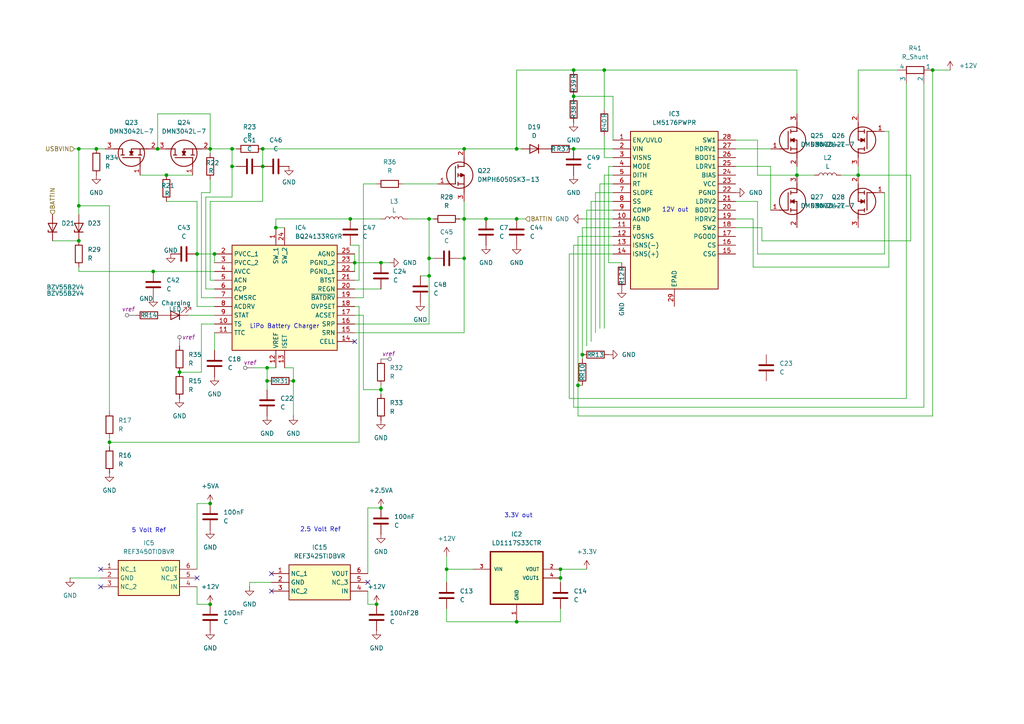
<source format=kicad_sch>
(kicad_sch (version 20231120) (generator "eeschema") (generator_version "8.0")
  (paper "A4")
  (lib_symbols
    (symbol "BQ24133RGYR:BQ24133RGYR"
      (property "Reference" "IC" (at 36.83 20.32 0))
      (property "Value" "BQ24133RGYR" (at 36.83 17.78 0))
      (symbol "BQ24133RGYR_1_1"
        (pin passive line (at 0 -2.54 0) (length 5.08) (name "SW_1") (number "1"))
        (pin passive line (at 27.94 -20.32 90) (length 5.08) (name "TS") (number "10"))
        (pin passive line (at 30.48 -20.32 90) (length 5.08) (name "TTC") (number "11"))
        (pin passive line (at 40.64 -2.54 180) (length 5.08) (name "VREF") (number "12"))
        (pin passive line (at 40.64 0 180) (length 5.08) (name "ISET") (number "13"))
        (pin passive line (at 33.02 20.32 270) (length 5.08) (name "CELL") (number "14"))
        (pin passive line (at 30.48 20.32 270) (length 5.08) (name "SRN") (number "15"))
        (pin passive line (at 27.94 20.32 270) (length 5.08) (name "SRP") (number "16"))
        (pin passive line (at 25.4 20.32 270) (length 5.08) (name "ACSET") (number "17"))
        (pin passive line (at 22.86 20.32 270) (length 5.08) (name "OVPSET") (number "18"))
        (pin passive line (at 20.32 20.32 270) (length 5.08) (name "~{BATDRV}") (number "19"))
        (pin passive line (at 7.62 -20.32 90) (length 5.08) (name "PVCC_1") (number "2"))
        (pin passive line (at 17.78 20.32 270) (length 5.08) (name "REGN") (number "20"))
        (pin passive line (at 15.24 20.32 270) (length 5.08) (name "BTST") (number "21"))
        (pin passive line (at 12.7 20.32 270) (length 5.08) (name "PGND_1") (number "22"))
        (pin passive line (at 10.16 20.32 270) (length 5.08) (name "PGND_2") (number "23"))
        (pin passive line (at 0 0 0) (length 5.08) (name "SW_2") (number "24"))
        (pin passive line (at 7.62 20.32 270) (length 5.08) (name "AGND") (number "25"))
        (pin passive line (at 10.16 -20.32 90) (length 5.08) (name "PVCC_2") (number "3"))
        (pin passive line (at 12.7 -20.32 90) (length 5.08) (name "AVCC") (number "4"))
        (pin passive line (at 15.24 -20.32 90) (length 5.08) (name "ACN") (number "5"))
        (pin passive line (at 17.78 -20.32 90) (length 5.08) (name "ACP") (number "6"))
        (pin passive line (at 20.32 -20.32 90) (length 5.08) (name "CMSRC") (number "7"))
        (pin passive line (at 22.86 -20.32 90) (length 5.08) (name "ACDRV") (number "8"))
        (pin passive line (at 25.4 -20.32 90) (length 5.08) (name "STAT") (number "9"))
      )
    )
    (symbol "DMN3042L-7:DMN3042L-7" (pin_names hide)
      (property "Reference" "Q" (at 11.43 3.81 0))
      (property "Value" "DMN3042L-7" (at 11.43 1.27 0))
      (symbol "DMN3042L-7_1_1"
        (pin passive line (at 0 0 0) (length 2.54) (name "G") (number "1"))
        (pin passive line (at 7.62 -5.08 90) (length 2.54) (name "S") (number "2"))
        (pin passive line (at 7.62 10.16 270) (length 2.54) (name "D") (number "3"))
      )
    )
    (symbol "DMPH6050SK3-13:DMPH6050SK3-13" (pin_names hide)
      (property "Reference" "Q" (at 11.43 3.81 0))
      (property "Value" "DMPH6050SK3-13" (at 11.43 1.27 0))
      (symbol "DMPH6050SK3-13_1_1"
        (pin passive line (at 0 0 0) (length 2.54) (name "G") (number "1"))
        (pin passive line (at 7.62 10.16 270) (length 2.54) (name "D") (number "2"))
        (pin passive line (at 7.62 -5.08 90) (length 2.54) (name "S") (number "3"))
      )
    )
    (symbol "Device:C" (pin_numbers hide) (pin_names (offset 0.254))
      (property "Reference" "C" (at 0.635 2.54 0))
      (property "Value" "C" (at 0.635 -2.54 0))
      (symbol "C_1_1"
        (pin passive line (at 0 3.81 270) (length 2.794) (name "~") (number "1"))
        (pin passive line (at 0 -3.81 90) (length 2.794) (name "~") (number "2"))
      )
    )
    (symbol "Device:D" (pin_numbers hide) (pin_names (offset 1.016) hide)
      (property "Reference" "D" (at 0 2.54 0))
      (property "Value" "D" (at 0 -2.54 0))
      (symbol "D_1_1"
        (pin passive line (at -3.81 0 0) (length 2.54) (name "K") (number "1"))
        (pin passive line (at 3.81 0 180) (length 2.54) (name "A") (number "2"))
      )
    )
    (symbol "Device:L" (pin_numbers hide) (pin_names (offset 1.016) hide)
      (property "Reference" "L" (at -1.27 0 90))
      (property "Value" "L" (at 1.905 0 90))
      (symbol "L_1_1"
        (pin passive line (at 0 3.81 270) (length 1.27) (name "1") (number "1"))
        (pin passive line (at 0 -3.81 90) (length 1.27) (name "2") (number "2"))
      )
    )
    (symbol "Device:LED" (pin_numbers hide) (pin_names (offset 1.016) hide)
      (property "Reference" "D" (at 0 2.54 0))
      (property "Value" "LED" (at 0 -2.54 0))
      (symbol "LED_1_1"
        (pin passive line (at -3.81 0 0) (length 2.54) (name "K") (number "1"))
        (pin passive line (at 3.81 0 180) (length 2.54) (name "A") (number "2"))
      )
    )
    (symbol "Device:R" (pin_numbers hide) (pin_names (offset 0))
      (property "Reference" "R" (at 2.032 0 90))
      (property "Value" "R" (at 0 0 90))
      (symbol "R_1_1"
        (pin passive line (at 0 3.81 270) (length 1.27) (name "~") (number "1"))
        (pin passive line (at 0 -3.81 90) (length 1.27) (name "~") (number "2"))
      )
    )
    (symbol "Device:R_Shunt" (pin_numbers hide) (pin_names (offset 0))
      (property "Reference" "R" (at -4.445 0 90))
      (property "Value" "R_Shunt" (at -2.54 0 90))
      (symbol "R_Shunt_1_1"
        (pin passive line (at 0 5.08 270) (length 2.54) (name "1") (number "1"))
        (pin passive line (at 3.81 2.54 180) (length 2.54) (name "2") (number "2"))
        (pin passive line (at 3.81 -2.54 180) (length 2.54) (name "3") (number "3"))
        (pin passive line (at 0 -5.08 90) (length 2.54) (name "4") (number "4"))
      )
    )
    (symbol "Diode:BZV55B2V4" (pin_numbers hide) (pin_names hide)
      (property "Reference" "D" (at 0 2.54 0))
      (property "Value" "BZV55B2V4" (at 0 -2.54 0))
      (symbol "BZV55B2V4_1_1"
        (pin passive line (at -3.81 0 0) (length 2.54) (name "K") (number "1"))
        (pin passive line (at 3.81 0 180) (length 2.54) (name "A") (number "2"))
      )
    )
    (symbol "LD1117S33CTR:LD1117S33CTR" (pin_names (offset 1.016))
      (property "Reference" "IC" (at -7.62 5.715 0))
      (property "Value" "LD1117S33CTR" (at -5.08 2.54 0))
      (symbol "LD1117S33CTR_0_0"
        (pin power_in line (at 0 -15.24 90) (length 5.08) (name "GND") (number "1"))
        (pin power_in line (at 12.7 0 180) (length 5.08) (name "VOUT") (number "2"))
        (pin input line (at -12.7 0 0) (length 5.08) (name "VIN") (number "3"))
        (pin power_in line (at 12.7 -2.54 180) (length 5.08) (name "VOUT1") (number "4"))
      )
    )
    (symbol "LM5176PWPR:LM5176PWPR"
      (property "Reference" "IC" (at 31.75 7.62 0))
      (property "Value" "LM5176PWPR" (at 31.75 5.08 0))
      (symbol "LM5176PWPR_1_1"
        (pin passive line (at 0 0 0) (length 5.08) (name "EN/UVLO") (number "1"))
        (pin passive line (at 0 -22.86 0) (length 5.08) (name "AGND") (number "10"))
        (pin passive line (at 0 -25.4 0) (length 5.08) (name "FB") (number "11"))
        (pin passive line (at 0 -27.94 0) (length 5.08) (name "VOSNS") (number "12"))
        (pin passive line (at 0 -30.48 0) (length 5.08) (name "ISNS(-)") (number "13"))
        (pin passive line (at 0 -33.02 0) (length 5.08) (name "ISNS(+)") (number "14"))
        (pin passive line (at 35.56 -33.02 180) (length 5.08) (name "CSG") (number "15"))
        (pin passive line (at 35.56 -30.48 180) (length 5.08) (name "CS") (number "16"))
        (pin passive line (at 35.56 -27.94 180) (length 5.08) (name "PGOOD") (number "17"))
        (pin passive line (at 35.56 -25.4 180) (length 5.08) (name "SW2") (number "18"))
        (pin passive line (at 35.56 -22.86 180) (length 5.08) (name "HDRV2") (number "19"))
        (pin passive line (at 0 -2.54 0) (length 5.08) (name "VIN") (number "2"))
        (pin passive line (at 35.56 -20.32 180) (length 5.08) (name "BOOT2") (number "20"))
        (pin passive line (at 35.56 -17.78 180) (length 5.08) (name "LDRV2") (number "21"))
        (pin passive line (at 35.56 -15.24 180) (length 5.08) (name "PGND") (number "22"))
        (pin passive line (at 35.56 -12.7 180) (length 5.08) (name "VCC") (number "23"))
        (pin passive line (at 35.56 -10.16 180) (length 5.08) (name "BIAS") (number "24"))
        (pin passive line (at 35.56 -7.62 180) (length 5.08) (name "LDRV1") (number "25"))
        (pin passive line (at 35.56 -5.08 180) (length 5.08) (name "BOOT1") (number "26"))
        (pin passive line (at 35.56 -2.54 180) (length 5.08) (name "HDRV1") (number "27"))
        (pin passive line (at 35.56 0 180) (length 5.08) (name "SW1") (number "28"))
        (pin passive line (at 17.78 -48.26 90) (length 5.08) (name "EPAD") (number "29"))
        (pin passive line (at 0 -5.08 0) (length 5.08) (name "VISNS") (number "3"))
        (pin passive line (at 0 -7.62 0) (length 5.08) (name "MODE") (number "4"))
        (pin passive line (at 0 -10.16 0) (length 5.08) (name "DITH") (number "5"))
        (pin passive line (at 0 -12.7 0) (length 5.08) (name "RT") (number "6"))
        (pin passive line (at 0 -15.24 0) (length 5.08) (name "SLOPE") (number "7"))
        (pin passive line (at 0 -17.78 0) (length 5.08) (name "SS") (number "8"))
        (pin passive line (at 0 -20.32 0) (length 5.08) (name "COMP") (number "9"))
      )
    )
    (symbol "REF3425TIDBVR:REF3425TIDBVR"
      (property "Reference" "IC" (at 24.13 7.62 0))
      (property "Value" "REF3425TIDBVR" (at 24.13 5.08 0))
      (symbol "REF3425TIDBVR_1_1"
        (pin passive line (at 0 0 0) (length 5.08) (name "NC_1") (number "1"))
        (pin passive line (at 0 -2.54 0) (length 5.08) (name "GND") (number "2"))
        (pin passive line (at 0 -5.08 0) (length 5.08) (name "NC_2") (number "3"))
        (pin passive line (at 27.94 -5.08 180) (length 5.08) (name "IN") (number "4"))
        (pin passive line (at 27.94 -2.54 180) (length 5.08) (name "NC_3") (number "5"))
        (pin passive line (at 27.94 0 180) (length 5.08) (name "VOUT") (number "6"))
      )
    )
    (symbol "REF3450TIDBVR:REF3450TIDBVR"
      (property "Reference" "IC" (at 24.13 7.62 0))
      (property "Value" "REF3450TIDBVR" (at 24.13 5.08 0))
      (symbol "REF3450TIDBVR_1_1"
        (pin passive line (at 0 0 0) (length 5.08) (name "NC_1") (number "1"))
        (pin passive line (at 0 -2.54 0) (length 5.08) (name "GND") (number "2"))
        (pin passive line (at 0 -5.08 0) (length 5.08) (name "NC_2") (number "3"))
        (pin passive line (at 27.94 -5.08 180) (length 5.08) (name "IN") (number "4"))
        (pin passive line (at 27.94 -2.54 180) (length 5.08) (name "NC_3") (number "5"))
        (pin passive line (at 27.94 0 180) (length 5.08) (name "VOUT") (number "6"))
      )
    )
    (symbol "power:+12V" (power) (pin_numbers hide) (pin_names (offset 0) hide)
      (property "Value" "+12V" (at 0 3.556 0))
      (symbol "+12V_1_1"
        (pin power_in line (at 0 0 90) (length 0) (name "~") (number "1"))
      )
    )
    (symbol "power:+2V5" (power) (pin_numbers hide) (pin_names (offset 0) hide)
      (property "Value" "+2V5" (at 0 3.556 0))
      (symbol "+2V5_1_1"
        (pin power_in line (at 0 0 90) (length 0) (name "~") (number "1"))
      )
    )
    (symbol "power:+3.3V" (power) (pin_numbers hide) (pin_names (offset 0) hide)
      (property "Value" "+3.3V" (at 0 3.556 0))
      (symbol "+3.3V_1_1"
        (pin power_in line (at 0 0 90) (length 0) (name "~") (number "1"))
      )
    )
    (symbol "power:+5VA" (power) (pin_numbers hide) (pin_names (offset 0) hide)
      (property "Value" "+5VA" (at 0 3.556 0))
      (symbol "+5VA_1_1"
        (pin power_in line (at 0 0 90) (length 0) (name "~") (number "1"))
      )
    )
    (symbol "power:GND" (power) (pin_numbers hide) (pin_names (offset 0) hide)
      (property "Value" "GND" (at 0 -3.81 0))
      (symbol "GND_1_1"
        (pin power_in line (at 0 0 270) (length 0) (name "~") (number "1"))
      )
    )
  )
  (junction (at 149.86 180.34))
  (junction (at 162.56 165.1))
  (junction (at 62.23 73.66))
  (junction (at 248.92 50.8))
  (junction (at 149.86 63.5))
  (junction (at 77.47 110.49))
  (junction (at 134.62 74.93))
  (junction (at 77.47 106.68))
  (junction (at 76.2 48.26))
  (junction (at 44.45 78.74))
  (junction (at 166.37 27.94))
  (junction (at 76.2 43.18))
  (junction (at 124.46 74.93))
  (junction (at 124.46 80.01))
  (junction (at 162.56 167.64))
  (junction (at 109.22 175.26))
  (junction (at 85.09 110.49))
  (junction (at 110.49 76.2))
  (junction (at 80.01 66.04))
  (junction (at 22.86 69.85))
  (junction (at 27.94 43.18))
  (junction (at 167.64 111.76))
  (junction (at 60.96 146.05))
  (junction (at 57.15 73.66))
  (junction (at 149.86 43.18))
  (junction (at 102.87 76.2))
  (junction (at 175.26 20.32))
  (junction (at 60.96 43.18))
  (junction (at 101.6 63.5))
  (junction (at 22.86 43.18))
  (junction (at 110.49 113.03))
  (junction (at 67.31 43.18))
  (junction (at 168.91 102.87))
  (junction (at 134.62 63.5))
  (junction (at 270.51 20.32))
  (junction (at 45.72 43.18))
  (junction (at 231.14 50.8))
  (junction (at 166.37 20.32))
  (junction (at 60.96 175.26))
  (junction (at 110.49 147.32))
  (junction (at 129.54 165.1))
  (junction (at 140.97 63.5))
  (junction (at 134.62 43.18))
  (junction (at 67.31 48.26))
  (junction (at 48.26 50.8))
  (junction (at 52.07 107.95))
  (junction (at 31.75 128.27))
  (junction (at 166.37 43.18))
  (junction (at 124.46 63.5))
  (junction (at 22.86 59.69))
  (no_connect (at 57.15 167.64))
  (no_connect (at 102.87 99.06))
  (no_connect (at 29.21 170.18))
  (no_connect (at 78.74 171.45))
  (no_connect (at 106.68 168.91))
  (no_connect (at 78.74 166.37))
  (no_connect (at 29.21 165.1))
  (wire (pts (xy 104.14 71.12) (xy 101.6 71.12)))
  (wire (pts (xy 175.26 45.72) (xy 175.26 39.37)))
  (wire (pts (xy 60.96 43.18) (xy 60.96 44.45)))
  (wire (pts (xy 162.56 176.53) (xy 162.56 180.34)))
  (wire (pts (xy 22.86 59.69) (xy 22.86 62.23)))
  (wire (pts (xy 105.41 53.34) (xy 109.22 53.34)))
  (wire (pts (xy 129.54 168.91) (xy 129.54 165.1)))
  (wire (pts (xy 124.46 74.93) (xy 125.73 74.93)))
  (wire (pts (xy 264.16 69.85) (xy 264.16 50.8)))
  (wire (pts (xy 67.31 43.18) (xy 68.58 43.18)))
  (wire (pts (xy 176.53 48.26) (xy 176.53 76.2)))
  (wire (pts (xy 166.37 27.94) (xy 177.8 27.94)))
  (wire (pts (xy 62.23 93.98) (xy 58.42 93.98)))
  (wire (pts (xy 219.71 73.66) (xy 256.54 73.66)))
  (wire (pts (xy 110.49 113.03) (xy 110.49 114.3)))
  (wire (pts (xy 167.64 111.76) (xy 167.64 120.65)))
  (wire (pts (xy 213.36 48.26) (xy 223.52 48.26)))
  (wire (pts (xy 60.96 81.28) (xy 60.96 58.42)))
  (wire (pts (xy 106.68 166.37) (xy 106.68 147.32)))
  (wire (pts (xy 140.97 63.5) (xy 134.62 63.5)))
  (wire (pts (xy 213.36 58.42) (xy 219.71 58.42)))
  (wire (pts (xy 257.81 77.47) (xy 257.81 38.1)))
  (wire (pts (xy 60.96 33.02) (xy 60.96 43.18)))
  (wire (pts (xy 166.37 118.11) (xy 267.97 118.11)))
  (wire (pts (xy 31.75 119.38) (xy 31.75 59.69)))
  (wire (pts (xy 134.62 63.5) (xy 134.62 74.93)))
  (wire (pts (xy 62.23 73.66) (xy 62.23 76.2)))
  (wire (pts (xy 121.92 80.01) (xy 124.46 80.01)))
  (wire (pts (xy 80.01 66.04) (xy 82.55 66.04)))
  (wire (pts (xy 21.59 43.18) (xy 22.86 43.18)))
  (wire (pts (xy 106.68 147.32) (xy 110.49 147.32)))
  (wire (pts (xy 129.54 176.53) (xy 129.54 180.34)))
  (wire (pts (xy 167.64 120.65) (xy 270.51 120.65)))
  (wire (pts (xy 129.54 161.29) (xy 129.54 165.1)))
  (wire (pts (xy 44.45 78.74) (xy 62.23 78.74)))
  (wire (pts (xy 176.53 76.2) (xy 180.34 76.2)))
  (wire (pts (xy 218.44 77.47) (xy 257.81 77.47)))
  (wire (pts (xy 101.6 63.5) (xy 80.01 63.5)))
  (wire (pts (xy 162.56 165.1) (xy 170.18 165.1)))
  (wire (pts (xy 20.32 167.64) (xy 29.21 167.64)))
  (wire (pts (xy 177.8 73.66) (xy 165.1 73.66)))
  (wire (pts (xy 22.86 59.69) (xy 31.75 59.69)))
  (wire (pts (xy 177.8 55.88) (xy 172.72 55.88)))
  (wire (pts (xy 231.14 20.32) (xy 231.14 33.02)))
  (wire (pts (xy 62.23 88.9) (xy 57.15 88.9)))
  (wire (pts (xy 219.71 50.8) (xy 231.14 50.8)))
  (wire (pts (xy 80.01 63.5) (xy 80.01 66.04)))
  (wire (pts (xy 105.41 113.03) (xy 110.49 113.03)))
  (wire (pts (xy 218.44 63.5) (xy 218.44 77.47)))
  (wire (pts (xy 213.36 63.5) (xy 218.44 63.5)))
  (wire (pts (xy 85.09 110.49) (xy 85.09 120.65)))
  (wire (pts (xy 231.14 48.26) (xy 231.14 50.8)))
  (wire (pts (xy 40.64 50.8) (xy 48.26 50.8)))
  (wire (pts (xy 176.53 48.26) (xy 177.8 48.26)))
  (wire (pts (xy 110.49 63.5) (xy 101.6 63.5)))
  (wire (pts (xy 85.09 106.68) (xy 85.09 110.49)))
  (wire (pts (xy 102.87 76.2) (xy 102.87 78.74)))
  (wire (pts (xy 58.42 93.98) (xy 58.42 107.95)))
  (wire (pts (xy 175.26 20.32) (xy 231.14 20.32)))
  (wire (pts (xy 57.15 73.66) (xy 57.15 88.9)))
  (wire (pts (xy 78.74 168.91) (xy 72.39 168.91)))
  (wire (pts (xy 162.56 168.91) (xy 162.56 167.64)))
  (wire (pts (xy 116.84 53.34) (xy 127 53.34)))
  (wire (pts (xy 62.23 96.52) (xy 62.23 101.6)))
  (wire (pts (xy 27.94 43.18) (xy 30.48 43.18)))
  (wire (pts (xy 106.68 175.26) (xy 109.22 175.26)))
  (wire (pts (xy 58.42 107.95) (xy 52.07 107.95)))
  (wire (pts (xy 270.51 20.32) (xy 275.59 20.32)))
  (wire (pts (xy 110.49 111.76) (xy 110.49 113.03)))
  (wire (pts (xy 213.36 40.64) (xy 219.71 40.64)))
  (wire (pts (xy 177.8 68.58) (xy 167.64 68.58)))
  (wire (pts (xy 134.62 63.5) (xy 133.35 63.5)))
  (wire (pts (xy 60.96 55.88) (xy 60.96 52.07)))
  (wire (pts (xy 171.45 58.42) (xy 171.45 99.06)))
  (wire (pts (xy 152.4 63.5) (xy 149.86 63.5)))
  (wire (pts (xy 102.87 83.82) (xy 110.49 83.82)))
  (wire (pts (xy 104.14 81.28) (xy 102.87 81.28)))
  (wire (pts (xy 167.64 68.58) (xy 167.64 111.76)))
  (wire (pts (xy 162.56 167.64) (xy 162.56 165.1)))
  (wire (pts (xy 76.2 43.18) (xy 134.62 43.18)))
  (wire (pts (xy 248.92 48.26) (xy 248.92 50.8)))
  (wire (pts (xy 173.99 53.34) (xy 173.99 95.25)))
  (wire (pts (xy 124.46 74.93) (xy 124.46 63.5)))
  (wire (pts (xy 57.15 58.42) (xy 57.15 73.66)))
  (wire (pts (xy 48.26 50.8) (xy 55.88 50.8)))
  (wire (pts (xy 102.87 96.52) (xy 134.62 96.52)))
  (wire (pts (xy 262.89 115.57) (xy 165.1 115.57)))
  (wire (pts (xy 60.96 33.02) (xy 45.72 33.02)))
  (wire (pts (xy 177.8 60.96) (xy 170.18 60.96)))
  (wire (pts (xy 82.55 106.68) (xy 85.09 106.68)))
  (wire (pts (xy 168.91 66.04) (xy 168.91 102.87)))
  (wire (pts (xy 67.31 48.26) (xy 68.58 48.26)))
  (wire (pts (xy 105.41 86.36) (xy 105.41 53.34)))
  (wire (pts (xy 177.8 27.94) (xy 177.8 40.64)))
  (wire (pts (xy 166.37 20.32) (xy 175.26 20.32)))
  (wire (pts (xy 177.8 66.04) (xy 168.91 66.04)))
  (wire (pts (xy 213.36 43.18) (xy 223.52 43.18)))
  (wire (pts (xy 105.41 91.44) (xy 105.41 113.03)))
  (wire (pts (xy 175.26 31.75) (xy 175.26 20.32)))
  (wire (pts (xy 256.54 73.66) (xy 256.54 55.88)))
  (wire (pts (xy 165.1 73.66) (xy 165.1 115.57)))
  (wire (pts (xy 248.92 20.32) (xy 248.92 33.02)))
  (wire (pts (xy 57.15 170.18) (xy 57.15 175.26)))
  (wire (pts (xy 133.35 74.93) (xy 134.62 74.93)))
  (wire (pts (xy 102.87 86.36) (xy 105.41 86.36)))
  (wire (pts (xy 223.52 48.26) (xy 223.52 60.96)))
  (wire (pts (xy 67.31 48.26) (xy 67.31 43.18)))
  (wire (pts (xy 60.96 43.18) (xy 67.31 43.18)))
  (wire (pts (xy 166.37 71.12) (xy 166.37 118.11)))
  (wire (pts (xy 219.71 58.42) (xy 219.71 73.66)))
  (wire (pts (xy 134.62 58.42) (xy 134.62 63.5)))
  (wire (pts (xy 62.23 81.28) (xy 60.96 81.28)))
  (wire (pts (xy 104.14 88.9) (xy 104.14 128.27)))
  (wire (pts (xy 104.14 88.9) (xy 102.87 88.9)))
  (wire (pts (xy 58.42 86.36) (xy 62.23 86.36)))
  (wire (pts (xy 31.75 128.27) (xy 31.75 127)))
  (wire (pts (xy 166.37 43.18) (xy 177.8 43.18)))
  (wire (pts (xy 124.46 80.01) (xy 124.46 74.93)))
  (wire (pts (xy 59.69 57.15) (xy 59.69 83.82)))
  (wire (pts (xy 167.64 111.76) (xy 168.91 111.76)))
  (wire (pts (xy 124.46 63.5) (xy 125.73 63.5)))
  (wire (pts (xy 76.2 48.26) (xy 76.2 58.42)))
  (wire (pts (xy 102.87 91.44) (xy 105.41 91.44)))
  (wire (pts (xy 54.61 91.44) (xy 62.23 91.44)))
  (wire (pts (xy 231.14 50.8) (xy 236.22 50.8)))
  (wire (pts (xy 257.81 38.1) (xy 256.54 38.1)))
  (wire (pts (xy 45.72 33.02) (xy 45.72 43.18)))
  (wire (pts (xy 118.11 63.5) (xy 124.46 63.5)))
  (wire (pts (xy 67.31 48.26) (xy 67.31 57.15)))
  (wire (pts (xy 22.86 43.18) (xy 22.86 59.69)))
  (wire (pts (xy 57.15 58.42) (xy 48.26 58.42)))
  (wire (pts (xy 177.8 58.42) (xy 171.45 58.42)))
  (wire (pts (xy 177.8 45.72) (xy 175.26 45.72)))
  (wire (pts (xy 113.03 76.2) (xy 110.49 76.2)))
  (wire (pts (xy 134.62 43.18) (xy 149.86 43.18)))
  (wire (pts (xy 177.8 53.34) (xy 173.99 53.34)))
  (wire (pts (xy 15.24 69.85) (xy 22.86 69.85)))
  (wire (pts (xy 220.98 69.85) (xy 264.16 69.85)))
  (wire (pts (xy 264.16 50.8) (xy 248.92 50.8)))
  (wire (pts (xy 270.51 20.32) (xy 270.51 120.65)))
  (wire (pts (xy 149.86 20.32) (xy 149.86 43.18)))
  (wire (pts (xy 162.56 180.34) (xy 149.86 180.34)))
  (wire (pts (xy 219.71 40.64) (xy 219.71 50.8)))
  (wire (pts (xy 22.86 77.47) (xy 22.86 78.74)))
  (wire (pts (xy 102.87 73.66) (xy 102.87 76.2)))
  (wire (pts (xy 102.87 93.98) (xy 124.46 93.98)))
  (wire (pts (xy 213.36 66.04) (xy 220.98 66.04)))
  (wire (pts (xy 59.69 57.15) (xy 67.31 57.15)))
  (wire (pts (xy 62.23 83.82) (xy 59.69 83.82)))
  (wire (pts (xy 106.68 175.26) (xy 106.68 171.45)))
  (wire (pts (xy 175.26 50.8) (xy 175.26 95.25)))
  (wire (pts (xy 22.86 43.18) (xy 27.94 43.18)))
  (wire (pts (xy 220.98 66.04) (xy 220.98 69.85)))
  (wire (pts (xy 58.42 55.88) (xy 60.96 55.88)))
  (wire (pts (xy 104.14 81.28) (xy 104.14 71.12)))
  (wire (pts (xy 76.2 48.26) (xy 76.2 43.18)))
  (wire (pts (xy 243.84 50.8) (xy 248.92 50.8)))
  (wire (pts (xy 73.66 106.68) (xy 77.47 106.68)))
  (wire (pts (xy 129.54 165.1) (xy 137.16 165.1)))
  (wire (pts (xy 57.15 165.1) (xy 57.15 146.05)))
  (wire (pts (xy 267.97 118.11) (xy 267.97 24.13)))
  (wire (pts (xy 149.86 20.32) (xy 166.37 20.32)))
  (wire (pts (xy 57.15 175.26) (xy 60.96 175.26)))
  (wire (pts (xy 170.18 60.96) (xy 170.18 100.33)))
  (wire (pts (xy 57.15 73.66) (xy 62.23 73.66)))
  (wire (pts (xy 31.75 128.27) (xy 104.14 128.27)))
  (wire (pts (xy 149.86 180.34) (xy 129.54 180.34)))
  (wire (pts (xy 77.47 106.68) (xy 80.01 106.68)))
  (wire (pts (xy 58.42 55.88) (xy 58.42 86.36)))
  (wire (pts (xy 124.46 93.98) (xy 124.46 80.01)))
  (wire (pts (xy 77.47 106.68) (xy 77.47 110.49)))
  (wire (pts (xy 60.96 58.42) (xy 76.2 58.42)))
  (wire (pts (xy 102.87 76.2) (xy 110.49 76.2)))
  (wire (pts (xy 31.75 129.54) (xy 31.75 128.27)))
  (wire (pts (xy 22.86 78.74) (xy 44.45 78.74)))
  (wire (pts (xy 57.15 146.05) (xy 60.96 146.05)))
  (wire (pts (xy 177.8 50.8) (xy 175.26 50.8)))
  (wire (pts (xy 149.86 43.18) (xy 151.13 43.18)))
  (wire (pts (xy 72.39 168.91) (xy 72.39 170.18)))
  (wire (pts (xy 177.8 71.12) (xy 166.37 71.12)))
  (wire (pts (xy 262.89 24.13) (xy 262.89 115.57)))
  (wire (pts (xy 248.92 20.32) (xy 260.35 20.32)))
  (wire (pts (xy 149.86 63.5) (xy 140.97 63.5)))
  (wire (pts (xy 168.91 63.5) (xy 177.8 63.5)))
  (wire (pts (xy 77.47 110.49) (xy 77.47 113.03)))
  (wire (pts (xy 134.62 74.93) (xy 134.62 96.52)))
  (wire (pts (xy 172.72 55.88) (xy 172.72 96.52)))
  (wire (pts (xy 168.91 102.87) (xy 168.91 104.14)))
  (text "5 Volt Ref" (at 43.18 153.924 0) (effects (font (size 1.27 1.27))))
  (text "2.5 Volt Ref" (at 92.964 153.67 0) (effects (font (size 1.27 1.27))))
  (text "3.3V out" (at 150.368 149.606 0) (effects (font (size 1.27 1.27))))
  (text "12V out" (at 195.834 60.96 0) (effects (font (size 1.27 1.27))))
  (text "LiPo Battery Charger\n" (at 82.55 94.742 0) (effects (font (size 1.27 1.27))))
  (hierarchical_label "BATTIN" (shape input) (at 15.24 62.23 90))
  (hierarchical_label "USBVIN" (shape input) (at 21.59 43.18 180))
  (hierarchical_label "BATTIN" (shape input) (at 152.4 63.5 0))
  (netclass_flag "" (length 2.54) (shape round) (at 73.66 106.68 90) (property "Netclass" "vref" (at 70.612 105.156 0) (effects (font (italic yes)) (justify left))))
  (netclass_flag "" (length 2.54) (shape round) (at 39.37 91.44 90) (property "Netclass" "vref" (at 35.306 89.662 0) (effects (font (italic yes)) (justify left))))
  (netclass_flag "" (length 2.54) (shape round) (at 110.49 104.14 270) (property "Netclass" "vref" (at 114.554 102.616 0) (effects (font (italic yes)) (justify right))))
  (netclass_flag "" (length 2.54) (shape round) (at 52.07 100.33 0) (property "Netclass" "vref" (at 52.7685 97.79 0) (effects (font (italic yes)) (justify left))))
  (symbol (lib_id "Device:C") (at 72.39 48.26 90) (unit 1)
    (property "Reference" "C41" (at 72.39 40.64 90))
    (property "Value" "C" (at 72.39 43.18 90))
    (property "Description" "Unpolarized capacitor" (effects (hide yes)))
  )
  (symbol (lib_id "Device:C") (at 44.45 82.55 0) (unit 1)
    (property "Reference" "C42" (at 48.26 81.2799 0) (effects (justify left)))
    (property "Value" "C" (at 48.26 83.8199 0) (effects (justify left)))
    (property "Description" "Unpolarized capacitor" (effects (hide yes)))
  )
  (symbol (lib_id "Device:R_Shunt") (at 265.43 20.32 270) (unit 1)
    (property "Reference" "R41" (at 265.43 13.97 90))
    (property "Value" "R_Shunt" (at 265.43 16.51 90))
    (property "Description" "Shunt resistor" (effects (hide yes)))
  )
  (symbol (lib_id "Device:L") (at 240.03 50.8 90) (unit 1)
    (property "Reference" "L2" (at 240.03 45.72 90))
    (property "Value" "L" (at 240.03 48.26 90))
    (property "Description" "Inductor" (effects (hide yes)))
  )
  (symbol (lib_id "Device:R") (at 52.07 111.76 180) (unit 1)
    (property "Reference" "R15" (at 54.61 110.4899 0) (effects (justify right)))
    (property "Value" "R" (at 54.61 113.0299 0) (effects (justify right)))
    (property "Description" "Resistor" (effects (hide yes)))
  )
  (symbol (lib_id "Device:R") (at 22.86 73.66 180) (unit 1)
    (property "Reference" "R29" (at 25.4 72.3899 0) (effects (justify right)))
    (property "Value" "R" (at 25.4 74.9299 0) (effects (justify right)))
    (property "Description" "Resistor" (effects (hide yes)))
  )
  (symbol (lib_id "Diode:BZV55B2V4") (at 22.86 66.04 90) (unit 1)
    (property "Reference" "D23" (at 25.4 64.7699 90) (effects (justify right)))
    (property "Value" "BZV55B2V4" (at 13.462 83.312 90) (effects (justify right)))
    (property "Footprint" "Diode_SMD:D_MiniMELF" (effects (hide yes)))
    (property "Datasheet" "https://assets.nexperia.com/documents/data-sheet/BZV55_SER.pdf" (effects (hide yes)))
    (property "Description" "2.4V, 500mW, 2%, Zener diode, MiniMELF" (effects (hide yes)))
  )
  (symbol (lib_id "Device:C") (at 60.96 149.86 0) (unit 1)
    (property "Reference" "100nF" (at 64.77 148.5899 0) (effects (justify left)))
    (property "Value" "C" (at 64.77 151.1299 0) (effects (justify left)))
    (property "Description" "Unpolarized capacitor" (effects (hide yes)))
  )
  (symbol (lib_id "power:GND") (at 62.23 109.22 0) (unit 1)
    (property "Reference" "#PWR078" (effects (hide yes)))
    (property "Value" "GND" (at 62.23 114.3 0))
    (property "Description" "Power symbol creates a global label with name \"GND\" , ground" (effects (hide yes)))
  )
  (symbol (lib_id "power:GND") (at 20.32 167.64 0) (unit 1)
    (property "Reference" "#PWR073" (effects (hide yes)))
    (property "Value" "GND" (at 20.32 172.72 0))
    (property "Description" "Power symbol creates a global label with name \"GND\" , ground" (effects (hide yes)))
  )
  (symbol (lib_id "power:GND") (at 213.36 55.88 90) (unit 1)
    (property "Reference" "#PWR065" (effects (hide yes)))
    (property "Value" "GND" (at 217.17 55.8799 90) (effects (justify right)))
    (property "Description" "Power symbol creates a global label with name \"GND\" , ground" (effects (hide yes)))
  )
  (symbol (lib_id "Device:C") (at 162.56 172.72 0) (unit 1)
    (property "Reference" "C14" (at 166.37 171.4499 0) (effects (justify left)))
    (property "Value" "C" (at 166.37 173.9899 0) (effects (justify left)))
    (property "Description" "Unpolarized capacitor" (effects (hide yes)))
  )
  (symbol (lib_id "Device:R") (at 72.39 43.18 270) (unit 1)
    (property "Reference" "R23" (at 72.39 36.83 90))
    (property "Value" "R" (at 72.39 39.37 90))
    (property "Description" "Resistor" (effects (hide yes)))
  )
  (symbol (lib_id "Device:C") (at 121.92 83.82 180) (unit 1)
    (property "Reference" "C48" (at 125.73 82.5499 0) (effects (justify right)))
    (property "Value" "C" (at 125.73 85.0899 0) (effects (justify right)))
    (property "Description" "Unpolarized capacitor" (effects (hide yes)))
  )
  (symbol (lib_id "power:GND") (at 60.96 153.67 0) (unit 1)
    (property "Reference" "#PWR075" (effects (hide yes)))
    (property "Value" "GND" (at 60.96 158.75 0))
    (property "Description" "Power symbol creates a global label with name \"GND\" , ground" (effects (hide yes)))
  )
  (symbol (lib_id "power:GND") (at 72.39 170.18 0) (unit 1)
    (property "Reference" "#PWR074" (effects (hide yes)))
    (property "Value" "GND" (at 72.39 175.26 0))
    (property "Description" "Power symbol creates a global label with name \"GND\" , ground" (effects (hide yes)))
  )
  (symbol (lib_id "Device:R") (at 81.28 110.49 270) (unit 1)
    (property "Reference" "R31" (at 81.788 110.49 90))
    (property "Value" "R" (at 79.502 110.49 90))
    (property "Description" "Resistor" (effects (hide yes)))
  )
  (symbol (lib_id "REF3450TIDBVR:REF3450TIDBVR") (at 29.21 165.1 0) (unit 1)
    (property "Reference" "IC5" (at 43.18 157.48 0))
    (property "Value" "REF3450TIDBVR" (at 43.18 160.02 0))
    (property "Footprint" "SOT95P280X145-6N" (effects (hide yes)))
    (property "Datasheet" "https://www.ti.com/lit/ds/symlink/ref3450.pdf?ts=1625451766832&ref_url=https%253A%252F%252Fwww.ti.com%252Fsitesearch%252Fdocs%252Funiversalsearch.tsp%253FlangPref%253Den-US%2526searchTerm%253DREF3450TIDBVR%2526nr%253D7" (effects (hide yes)))
    (property "Description" "Voltage References 5-V, low-drift, low-power, small-footprint series voltage reference" (effects (hide yes)))
    (property "Height" "1.45" (effects (hide yes)))
    (property "Mouser Part Number" "595-REF3450TIDBVR" (effects (hide yes)))
    (property "Mouser Price/Stock" "https://www.mouser.co.uk/ProductDetail/Texas-Instruments/REF3450TIDBVR?qs=QNEnbhJQKvaJ9wk9nNLvXA%3D%3D" (effects (hide yes)))
    (property "Manufacturer_Name" "Texas Instruments" (effects (hide yes)))
    (property "Manufacturer_Part_Number" "REF3450TIDBVR" (effects (hide yes)))
  )
  (symbol (lib_id "DMPH6050SK3-13:DMPH6050SK3-13") (at 127 53.34 0) (unit 1)
    (property "Reference" "Q22" (at 138.43 49.5299 0) (effects (justify left)))
    (property "Value" "DMPH6050SK3-13" (at 138.43 52.0699 0) (effects (justify left)))
    (property "Footprint" "DMPH6050SK313" (effects (hide yes)))
    (property "Datasheet" "https://www.diodes.com//assets/Datasheets/DMPH6050SK3.pdf" (effects (hide yes)))
    (property "Description" "P-Channel 60 V 7.2A (Ta), 23.6A (Tc) 1.9W (Ta) Surface Mount TO-252-3" (effects (hide yes)))
    (property "Height" "2.52" (effects (hide yes)))
    (property "Manufacturer_Name" "Diodes Incorporated" (effects (hide yes)))
    (property "Manufacturer_Part_Number" "DMPH6050SK3-13" (effects (hide yes)))
    (property "Arrow Part Number" "DMPH6050SK3-13" (effects (hide yes)))
    (property "Arrow Price/Stock" "https://www.arrow.com/en/products/dmph6050sk3-13/diodes-incorporated?utm_currency=USD&region=europe" (effects (hide yes)))
  )
  (symbol (lib_id "power:+12V") (at 129.54 161.29 0) (unit 1)
    (property "Reference" "#PWR066" (effects (hide yes)))
    (property "Value" "+12V" (at 129.54 156.21 0))
    (property "Description" "Power symbol creates a global label with name \"+12V\"" (effects (hide yes)))
  )
  (symbol (lib_id "Device:C") (at 110.49 151.13 0) (unit 1)
    (property "Reference" "100nF" (at 114.3 149.8599 0) (effects (justify left)))
    (property "Value" "C" (at 114.3 152.3999 0) (effects (justify left)))
    (property "Description" "Unpolarized capacitor" (effects (hide yes)))
  )
  (symbol (lib_id "DMN3042L-7:DMN3042L-7") (at 223.52 43.18 0) (unit 1)
    (property "Reference" "Q25" (at 234.95 39.3699 0) (effects (justify left)))
    (property "Value" "DMN3042L-7" (at 234.95 41.9099 0) (effects (justify left)))
    (property "Footprint" "SOT96P240X115-3N" (effects (hide yes)))
    (property "Datasheet" "https://www.diodes.com//assets/Datasheets/DMN3042L.pdf" (effects (hide yes)))
    (property "Description" "MOSFET 30V N-Ch Enh Mode 26.5mOhm 10V 5.8A" (effects (hide yes)))
    (property "Height" "1.15" (effects (hide yes)))
    (property "Manufacturer_Name" "Diodes Incorporated" (effects (hide yes)))
    (property "Manufacturer_Part_Number" "DMN3042L-7" (effects (hide yes)))
    (property "Arrow Part Number" "DMN3042L-7" (effects (hide yes)))
    (property "Arrow Price/Stock" "https://www.arrow.com/en/products/dmn3042l-7/diodes-incorporated" (effects (hide yes)))
  )
  (symbol (lib_id "Device:R") (at 48.26 54.61 180) (unit 1)
    (property "Reference" "R21" (at 46.736 53.848 0) (effects (justify right)))
    (property "Value" "R" (at 47.752 56.134 0) (effects (justify right)))
    (property "Description" "Resistor" (effects (hide yes)))
  )
  (symbol (lib_id "Device:C") (at 149.86 67.31 0) (unit 1)
    (property "Reference" "C44" (at 153.67 66.0399 0) (effects (justify left)))
    (property "Value" "C" (at 153.67 68.5799 0) (effects (justify left)))
    (property "Description" "Unpolarized capacitor" (effects (hide yes)))
  )
  (symbol (lib_id "power:GND") (at 166.37 35.56 0) (unit 1)
    (property "Reference" "#PWR0192" (effects (hide yes)))
    (property "Value" "GND" (at 166.37 40.64 0))
    (property "Description" "Power symbol creates a global label with name \"GND\" , ground" (effects (hide yes)))
  )
  (symbol (lib_id "power:GND") (at 52.07 115.57 0) (unit 1)
    (property "Reference" "#PWR079" (effects (hide yes)))
    (property "Value" "GND" (at 52.07 120.65 0))
    (property "Description" "Power symbol creates a global label with name \"GND\" , ground" (effects (hide yes)))
  )
  (symbol (lib_id "REF3425TIDBVR:REF3425TIDBVR") (at 78.74 166.37 0) (unit 1)
    (property "Reference" "IC15" (at 92.71 158.75 0))
    (property "Value" "REF3425TIDBVR" (at 92.71 161.29 0))
    (property "Footprint" "SOT95P280X145-6N" (effects (hide yes)))
    (property "Datasheet" "https://www.ti.com/lit/ds/symlink/ref3425.pdf" (effects (hide yes)))
    (property "Description" "Voltage References 2.5-V, low-drift, low-power, small-footprint series voltage reference" (effects (hide yes)))
    (property "Height" "1.45" (effects (hide yes)))
    (property "Mouser Part Number" "595-REF3425TIDBVR" (effects (hide yes)))
    (property "Mouser Price/Stock" "https://www.mouser.co.uk/ProductDetail/Texas-Instruments/REF3425TIDBVR?qs=aP1CjGhiNiGDDMYjOCCRrA%3D%3D" (effects (hide yes)))
    (property "Manufacturer_Name" "Texas Instruments" (effects (hide yes)))
    (property "Manufacturer_Part_Number" "REF3425TIDBVR" (effects (hide yes)))
  )
  (symbol (lib_id "power:GND") (at 113.03 76.2 90) (unit 1)
    (property "Reference" "#PWR0188" (effects (hide yes)))
    (property "Value" "GND" (at 116.84 76.1999 90) (effects (justify right)))
    (property "Description" "Power symbol creates a global label with name \"GND\" , ground" (effects (hide yes)))
  )
  (symbol (lib_id "power:GND") (at 77.47 120.65 0) (unit 1)
    (property "Reference" "#PWR086" (effects (hide yes)))
    (property "Value" "GND" (at 77.47 125.73 0))
    (property "Description" "Power symbol creates a global label with name \"GND\" , ground" (effects (hide yes)))
  )
  (symbol (lib_id "power:+3.3V") (at 170.18 165.1 0) (unit 1)
    (property "Reference" "#PWR059" (effects (hide yes)))
    (property "Value" "+3.3V" (at 170.18 160.02 0))
    (property "Description" "Power symbol creates a global label with name \"+3.3V\"" (effects (hide yes)))
  )
  (symbol (lib_id "BQ24133RGYR:BQ24133RGYR") (at 82.55 66.04 270) (unit 1)
    (property "Reference" "IC4" (at 85.5665 66.04 90) (effects (justify left)))
    (property "Value" "BQ24133RGYR" (at 85.5665 68.58 90) (effects (justify left)))
    (property "Footprint" "BQ24133RGYR" (effects (hide yes)))
    (property "Datasheet" "http://www.ti.com/lit/gpn/BQ24133" (effects (hide yes)))
    (property "Description" "Synchronous Switch-Mode Li-Ion and Li-Polymer Stand-Alone Battery Charger" (effects (hide yes)))
    (property "Height" "1" (effects (hide yes)))
    (property "Mouser Part Number" "595-BQ24133RGYR" (effects (hide yes)))
    (property "Mouser Price/Stock" "https://www.mouser.co.uk/ProductDetail/Texas-Instruments/BQ24133RGYR?qs=O1HRStiETChtddIVJFsUHw%3D%3D" (effects (hide yes)))
    (property "Manufacturer_Name" "Texas Instruments" (effects (hide yes)))
    (property "Manufacturer_Part_Number" "BQ24133RGYR" (effects (hide yes)))
  )
  (symbol (lib_id "LD1117S33CTR:LD1117S33CTR") (at 149.86 165.1 0) (unit 1)
    (property "Reference" "IC2" (at 149.86 154.94 0))
    (property "Value" "LD1117S33CTR" (at 149.86 157.48 0))
    (property "Footprint" "LD1117S33CTR:SOT223" (effects (hide yes)))
    (property "MF" "STMicroelectronics" (effects (hide yes)))
    (property "Description_1" "\n                        \n                            Linear Voltage Regulator IC Positive Fixed 1 Output  800mA SOT-223\n                        \n" (effects (hide yes)))
    (property "Package" "SOT-223 STMicroelectronics" (effects (hide yes)))
    (property "Price" "None" (effects (hide yes)))
    (property "SnapEDA_Link" "https://www.snapeda.com/parts/LD1117S33CTR/STMicroelectronics/view-part/?ref=snap" (effects (hide yes)))
    (property "MP" "LD1117S33CTR" (effects (hide yes)))
    (property "Availability" "In Stock" (effects (hide yes)))
    (property "Check_prices" "https://www.snapeda.com/parts/LD1117S33CTR/STMicroelectronics/view-part/?ref=eda" (effects (hide yes)))
  )
  (symbol (lib_id "Device:R") (at 175.26 35.56 180) (unit 1)
    (property "Reference" "R40" (at 175.26 36.322 90))
    (property "Value" "R" (at 175.26 33.528 90))
    (property "Description" "Resistor" (effects (hide yes)))
  )
  (symbol (lib_id "Device:C") (at 129.54 172.72 0) (unit 1)
    (property "Reference" "C13" (at 133.35 171.4499 0) (effects (justify left)))
    (property "Value" "C" (at 133.35 173.9899 0) (effects (justify left)))
    (property "Description" "Unpolarized capacitor" (effects (hide yes)))
  )
  (symbol (lib_id "Device:R") (at 31.75 133.35 180) (unit 1)
    (property "Reference" "R16" (at 34.29 132.0799 0) (effects (justify right)))
    (property "Value" "R" (at 34.29 134.6199 0) (effects (justify right)))
    (property "Description" "Resistor" (effects (hide yes)))
  )
  (symbol (lib_id "Device:C") (at 101.6 67.31 180) (unit 1)
    (property "Reference" "C47" (at 105.1103 66.0399 0) (effects (justify right)))
    (property "Value" "C" (at 105.1103 68.5799 0) (effects (justify right)))
    (property "Description" "Unpolarized capacitor" (effects (hide yes)))
  )
  (symbol (lib_id "Diode:BZV55B2V4") (at 15.24 66.04 90) (unit 1)
    (property "Reference" "D21" (at 17.78 64.7699 90) (effects (justify right)))
    (property "Value" "BZV55B2V4" (at 13.462 85.09 90) (effects (justify right)))
    (property "Footprint" "Diode_SMD:D_MiniMELF" (effects (hide yes)))
    (property "Datasheet" "https://assets.nexperia.com/documents/data-sheet/BZV55_SER.pdf" (effects (hide yes)))
    (property "Description" "2.4V, 500mW, 2%, Zener diode, MiniMELF" (effects (hide yes)))
  )
  (symbol (lib_id "Device:R") (at 162.56 43.18 270) (unit 1)
    (property "Reference" "R37" (at 163.322 43.18 90))
    (property "Value" "R" (at 160.528 43.18 90))
    (property "Description" "Resistor" (effects (hide yes)))
  )
  (symbol (lib_id "Device:R") (at 43.18 91.44 90) (unit 1)
    (property "Reference" "R14" (at 43.688 91.44 90))
    (property "Value" "R" (at 41.402 91.44 90))
    (property "Description" "Resistor" (effects (hide yes)))
  )
  (symbol (lib_id "power:GND") (at 49.53 73.66 0) (unit 1)
    (property "Reference" "#PWR077" (effects (hide yes)))
    (property "Value" "GND" (at 49.53 72.644 0))
    (property "Description" "Power symbol creates a global label with name \"GND\" , ground" (effects (hide yes)))
  )
  (symbol (lib_id "Device:R") (at 52.07 104.14 180) (unit 1)
    (property "Reference" "R35" (at 54.61 102.8699 0) (effects (justify right)))
    (property "Value" "R" (at 54.61 105.4099 0) (effects (justify right)))
    (property "Description" "Resistor" (effects (hide yes)))
  )
  (symbol (lib_id "power:+12V") (at 275.59 20.32 0) (unit 1)
    (property "Reference" "#PWR071" (effects (hide yes)))
    (property "Value" "+12V" (at 278.13 19.0499 0) (effects (justify left)))
    (property "Description" "Power symbol creates a global label with name \"+12V\"" (effects (hide yes)))
  )
  (symbol (lib_id "DMN3042L-7:DMN3042L-7") (at 40.64 50.8 90) (unit 1)
    (property "Reference" "Q23" (at 38.1 35.56 90))
    (property "Value" "DMN3042L-7" (at 38.1 38.1 90))
    (property "Footprint" "SOT96P240X115-3N" (effects (hide yes)))
    (property "Datasheet" "https://www.diodes.com//assets/Datasheets/DMN3042L.pdf" (effects (hide yes)))
    (property "Description" "MOSFET 30V N-Ch Enh Mode 26.5mOhm 10V 5.8A" (effects (hide yes)))
    (property "Height" "1.15" (effects (hide yes)))
    (property "Manufacturer_Name" "Diodes Incorporated" (effects (hide yes)))
    (property "Manufacturer_Part_Number" "DMN3042L-7" (effects (hide yes)))
    (property "Arrow Part Number" "DMN3042L-7" (effects (hide yes)))
    (property "Arrow Price/Stock" "https://www.arrow.com/en/products/dmn3042l-7/diodes-incorporated" (effects (hide yes)))
  )
  (symbol (lib_id "Device:C") (at 110.49 80.01 180) (unit 1)
    (property "Reference" "C24" (at 114.0003 78.7399 0) (effects (justify right)))
    (property "Value" "C" (at 114.0003 81.2799 0) (effects (justify right)))
    (property "Description" "Unpolarized capacitor" (effects (hide yes)))
  )
  (symbol (lib_id "Device:R") (at 166.37 24.13 180) (unit 1)
    (property "Reference" "R39" (at 166.37 24.892 90))
    (property "Value" "R" (at 166.37 22.098 90))
    (property "Description" "Resistor" (effects (hide yes)))
  )
  (symbol (lib_id "Device:R") (at 166.37 31.75 180) (unit 1)
    (property "Reference" "R38" (at 166.37 32.512 90))
    (property "Value" "R" (at 166.37 29.718 90))
    (property "Description" "Resistor" (effects (hide yes)))
  )
  (symbol (lib_id "Device:C") (at 77.47 116.84 0) (unit 1)
    (property "Reference" "C22" (at 81.28 115.5699 0) (effects (justify left)))
    (property "Value" "C" (at 81.28 118.1099 0) (effects (justify left)))
    (property "Description" "Unpolarized capacitor" (effects (hide yes)))
  )
  (symbol (lib_id "Device:C") (at 222.25 106.68 0) (unit 1)
    (property "Reference" "C23" (at 226.06 105.4099 0) (effects (justify left)))
    (property "Value" "C" (at 226.06 107.9499 0) (effects (justify left)))
    (property "Description" "Unpolarized capacitor" (effects (hide yes)))
  )
  (symbol (lib_id "power:GND") (at 109.22 182.88 0) (unit 1)
    (property "Reference" "#PWR0121" (effects (hide yes)))
    (property "Value" "GND" (at 109.22 187.96 0))
    (property "Description" "Power symbol creates a global label with name \"GND\" , ground" (effects (hide yes)))
  )
  (symbol (lib_id "LM5176PWPR:LM5176PWPR") (at 177.8 40.64 0) (unit 1)
    (property "Reference" "IC3" (at 195.58 33.02 0))
    (property "Value" "LM5176PWPR" (at 195.58 35.56 0))
    (property "Footprint" "SOP65P640X120-29N" (effects (hide yes)))
    (property "Datasheet" "http://www.ti.com/lit/gpn/LM5176" (effects (hide yes)))
    (property "Description" "55V wide VIN synchronous 4-switch buck-boost controller" (effects (hide yes)))
    (property "Height" "1.2" (effects (hide yes)))
    (property "Manufacturer_Name" "Texas Instruments" (effects (hide yes)))
    (property "Manufacturer_Part_Number" "LM5176PWPR" (effects (hide yes)))
    (property "Arrow Part Number" "LM5176PWPR" (effects (hide yes)))
    (property "Arrow Price/Stock" "https://www.arrow.com/en/products/lm5176pwpr/texas-instruments?region=nac" (effects (hide yes)))
  )
  (symbol (lib_id "power:GND") (at 166.37 50.8 0) (unit 1)
    (property "Reference" "#PWR0187" (effects (hide yes)))
    (property "Value" "GND" (at 166.37 55.88 0))
    (property "Description" "Power symbol creates a global label with name \"GND\" , ground" (effects (hide yes)))
  )
  (symbol (lib_id "power:+12V") (at 109.22 175.26 0) (unit 1)
    (property "Reference" "#PWR0124" (effects (hide yes)))
    (property "Value" "+12V" (at 109.22 170.18 0))
    (property "Description" "Power symbol creates a global label with name \"+12V\"" (effects (hide yes)))
  )
  (symbol (lib_id "power:GND") (at 27.94 50.8 0) (unit 1)
    (property "Reference" "#PWR0191" (effects (hide yes)))
    (property "Value" "GND" (at 27.94 55.88 0))
    (property "Description" "Power symbol creates a global label with name \"GND\" , ground" (effects (hide yes)))
  )
  (symbol (lib_id "power:GND") (at 149.86 71.12 0) (unit 1)
    (property "Reference" "#PWR0186" (effects (hide yes)))
    (property "Value" "GND" (at 149.86 76.2 0))
    (property "Description" "Power symbol creates a global label with name \"GND\" , ground" (effects (hide yes)))
  )
  (symbol (lib_id "power:GND") (at 60.96 182.88 0) (unit 1)
    (property "Reference" "#PWR076" (effects (hide yes)))
    (property "Value" "GND" (at 60.96 187.96 0))
    (property "Description" "Power symbol creates a global label with name \"GND\" , ground" (effects (hide yes)))
  )
  (symbol (lib_id "Device:R") (at 60.96 48.26 180) (unit 1)
    (property "Reference" "R22" (at 59.69 47.244 0) (effects (justify right)))
    (property "Value" "R" (at 60.452 49.53 0) (effects (justify right)))
    (property "Description" "Resistor" (effects (hide yes)))
  )
  (symbol (lib_id "power:GND") (at 176.53 102.87 90) (unit 1)
    (property "Reference" "#PWR0118" (effects (hide yes)))
    (property "Value" "GND" (at 180.34 102.8699 90) (effects (justify right)))
    (property "Description" "Power symbol creates a global label with name \"GND\" , ground" (effects (hide yes)))
  )
  (symbol (lib_id "power:GND") (at 110.49 121.92 0) (unit 1)
    (property "Reference" "#PWR0189" (effects (hide yes)))
    (property "Value" "GND" (at 110.49 127 0))
    (property "Description" "Power symbol creates a global label with name \"GND\" , ground" (effects (hide yes)))
  )
  (symbol (lib_id "power:+2V5") (at 110.49 147.32 0) (unit 1)
    (property "Reference" "#PWR0155" (effects (hide yes)))
    (property "Value" "+2.5VA" (at 110.49 142.24 0))
    (property "Description" "Power symbol creates a global label with name \"+2.5VA\"" (effects (hide yes)))
  )
  (symbol (lib_id "Device:C") (at 129.54 74.93 90) (unit 1)
    (property "Reference" "C45" (at 129.54 67.31 90))
    (property "Value" "C" (at 129.54 69.85 90))
    (property "Description" "Unpolarized capacitor" (effects (hide yes)))
  )
  (symbol (lib_id "Device:C") (at 109.22 179.07 0) (unit 1)
    (property "Reference" "100nF28" (at 113.03 177.7999 0) (effects (justify left)))
    (property "Value" "C" (at 113.03 180.3399 0) (effects (justify left)))
    (property "Description" "Unpolarized capacitor" (effects (hide yes)))
  )
  (symbol (lib_id "DMN3042L-7:DMN3042L-7") (at 256.54 38.1 180) (unit 1)
    (property "Reference" "Q26" (at 245.11 39.3699 0) (effects (justify left)))
    (property "Value" "DMN3042L-7" (at 245.11 41.9099 0) (effects (justify left)))
    (property "Footprint" "SOT96P240X115-3N" (effects (hide yes)))
    (property "Datasheet" "https://www.diodes.com//assets/Datasheets/DMN3042L.pdf" (effects (hide yes)))
    (property "Description" "MOSFET 30V N-Ch Enh Mode 26.5mOhm 10V 5.8A" (effects (hide yes)))
    (property "Height" "1.15" (effects (hide yes)))
    (property "Manufacturer_Name" "Diodes Incorporated" (effects (hide yes)))
    (property "Manufacturer_Part_Number" "DMN3042L-7" (effects (hide yes)))
    (property "Arrow Part Number" "DMN3042L-7" (effects (hide yes)))
    (property "Arrow Price/Stock" "https://www.arrow.com/en/products/dmn3042l-7/diodes-incorporated" (effects (hide yes)))
  )
  (symbol (lib_id "Device:C") (at 80.01 48.26 90) (unit 1)
    (property "Reference" "C46" (at 80.01 40.64 90))
    (property "Value" "C" (at 80.01 43.18 90))
    (property "Description" "Unpolarized capacitor" (effects (hide yes)))
  )
  (symbol (lib_id "DMN3042L-7:DMN3042L-7") (at 223.52 60.96 0) (unit 1)
    (property "Reference" "Q27" (at 234.95 57.1499 0) (effects (justify left)))
    (property "Value" "DMN3042L-7" (at 234.95 59.6899 0) (effects (justify left)))
    (property "Footprint" "SOT96P240X115-3N" (effects (hide yes)))
    (property "Datasheet" "https://www.diodes.com//assets/Datasheets/DMN3042L.pdf" (effects (hide yes)))
    (property "Description" "MOSFET 30V N-Ch Enh Mode 26.5mOhm 10V 5.8A" (effects (hide yes)))
    (property "Height" "1.15" (effects (hide yes)))
    (property "Manufacturer_Name" "Diodes Incorporated" (effects (hide yes)))
    (property "Manufacturer_Part_Number" "DMN3042L-7" (effects (hide yes)))
    (property "Arrow Part Number" "DMN3042L-7" (effects (hide yes)))
    (property "Arrow Price/Stock" "https://www.arrow.com/en/products/dmn3042l-7/diodes-incorporated" (effects (hide yes)))
  )
  (symbol (lib_id "Device:R") (at 31.75 123.19 180) (unit 1)
    (property "Reference" "R17" (at 34.29 121.9199 0) (effects (justify right)))
    (property "Value" "R" (at 34.29 124.4599 0) (effects (justify right)))
    (property "Description" "Resistor" (effects (hide yes)))
  )
  (symbol (lib_id "DMN3042L-7:DMN3042L-7") (at 55.88 50.8 90) (unit 1)
    (property "Reference" "Q24" (at 53.34 35.56 90))
    (property "Value" "DMN3042L-7" (at 53.34 38.1 90))
    (property "Footprint" "SOT96P240X115-3N" (effects (hide yes)))
    (property "Datasheet" "https://www.diodes.com//assets/Datasheets/DMN3042L.pdf" (effects (hide yes)))
    (property "Description" "MOSFET 30V N-Ch Enh Mode 26.5mOhm 10V 5.8A" (effects (hide yes)))
    (property "Height" "1.15" (effects (hide yes)))
    (property "Manufacturer_Name" "Diodes Incorporated" (effects (hide yes)))
    (property "Manufacturer_Part_Number" "DMN3042L-7" (effects (hide yes)))
    (property "Arrow Part Number" "DMN3042L-7" (effects (hide yes)))
    (property "Arrow Price/Stock" "https://www.arrow.com/en/products/dmn3042l-7/diodes-incorporated" (effects (hide yes)))
  )
  (symbol (lib_id "Device:C") (at 60.96 179.07 0) (unit 1)
    (property "Reference" "100nF" (at 64.77 177.7999 0) (effects (justify left)))
    (property "Value" "C" (at 64.77 180.3399 0) (effects (justify left)))
    (property "Description" "Unpolarized capacitor" (effects (hide yes)))
  )
  (symbol (lib_id "power:+5VA") (at 60.96 146.05 0) (unit 1)
    (property "Reference" "#PWR072" (effects (hide yes)))
    (property "Value" "+5VA" (at 60.96 140.97 0))
    (property "Description" "Power symbol creates a global label with name \"+5VA\"" (effects (hide yes)))
  )
  (symbol (lib_id "Device:C") (at 53.34 73.66 270) (unit 1)
    (property "Reference" "C43" (at 53.34 66.04 90))
    (property "Value" "C" (at 53.34 68.58 90))
    (property "Description" "Unpolarized capacitor" (effects (hide yes)))
  )
  (symbol (lib_id "power:GND") (at 121.92 87.63 0) (unit 1)
    (property "Reference" "#PWR070" (effects (hide yes)))
    (property "Value" "GND" (at 121.92 92.71 0))
    (property "Description" "Power symbol creates a global label with name \"GND\" , ground" (effects (hide yes)))
  )
  (symbol (lib_id "power:GND") (at 180.34 83.82 0) (unit 1)
    (property "Reference" "#PWR0117" (effects (hide yes)))
    (property "Value" "GND" (at 180.3401 87.63 90) (effects (justify right)))
    (property "Description" "Power symbol creates a global label with name \"GND\" , ground" (effects (hide yes)))
  )
  (symbol (lib_id "Device:R") (at 113.03 53.34 270) (unit 1)
    (property "Reference" "R36" (at 113.03 46.99 90))
    (property "Value" "R" (at 113.03 49.53 90))
    (property "Description" "Resistor" (effects (hide yes)))
  )
  (symbol (lib_id "Device:LED") (at 50.8 91.44 180) (unit 1)
    (property "Reference" "Charging" (at 51.054 87.884 0))
    (property "Value" "LED" (at 50.8 89.662 0))
    (property "Description" "Light emitting diode" (effects (hide yes)))
  )
  (symbol (lib_id "power:GND") (at 83.82 48.26 0) (unit 1)
    (property "Reference" "#PWR0190" (effects (hide yes)))
    (property "Value" "GND" (at 83.82 52.832 0))
    (property "Description" "Power symbol creates a global label with name \"GND\" , ground" (effects (hide yes)))
  )
  (symbol (lib_id "power:GND") (at 110.49 154.94 0) (unit 1)
    (property "Reference" "#PWR0120" (effects (hide yes)))
    (property "Value" "GND" (at 110.49 160.02 0))
    (property "Description" "Power symbol creates a global label with name \"GND\" , ground" (effects (hide yes)))
  )
  (symbol (lib_id "Device:C") (at 62.23 105.41 0) (unit 1)
    (property "Reference" "C18" (at 66.04 104.1399 0) (effects (justify left)))
    (property "Value" "C" (at 66.04 106.6799 0) (effects (justify left)))
    (property "Description" "Unpolarized capacitor" (effects (hide yes)))
  )
  (symbol (lib_id "Device:C") (at 140.97 67.31 0) (unit 1)
    (property "Reference" "C7" (at 144.78 66.0399 0) (effects (justify left)))
    (property "Value" "C" (at 144.78 68.5799 0) (effects (justify left)))
    (property "Description" "Unpolarized capacitor" (effects (hide yes)))
  )
  (symbol (lib_id "Device:R") (at 27.94 46.99 180) (unit 1)
    (property "Reference" "R34" (at 30.48 45.7199 0) (effects (justify right)))
    (property "Value" "R" (at 30.48 48.2599 0) (effects (justify right)))
    (property "Description" "Resistor" (effects (hide yes)))
  )
  (symbol (lib_id "DMN3042L-7:DMN3042L-7") (at 256.54 55.88 180) (unit 1)
    (property "Reference" "Q28" (at 245.11 57.1499 0) (effects (justify left)))
    (property "Value" "DMN3042L-7" (at 245.11 59.6899 0) (effects (justify left)))
    (property "Footprint" "SOT96P240X115-3N" (effects (hide yes)))
    (property "Datasheet" "https://www.diodes.com//assets/Datasheets/DMN3042L.pdf" (effects (hide yes)))
    (property "Description" "MOSFET 30V N-Ch Enh Mode 26.5mOhm 10V 5.8A" (effects (hide yes)))
    (property "Height" "1.15" (effects (hide yes)))
    (property "Manufacturer_Name" "Diodes Incorporated" (effects (hide yes)))
    (property "Manufacturer_Part_Number" "DMN3042L-7" (effects (hide yes)))
    (property "Arrow Part Number" "DMN3042L-7" (effects (hide yes)))
    (property "Arrow Price/Stock" "https://www.arrow.com/en/products/dmn3042l-7/diodes-incorporated" (effects (hide yes)))
  )
  (symbol (lib_id "power:GND") (at 168.91 63.5 270) (unit 1)
    (property "Reference" "#PWR067" (effects (hide yes)))
    (property "Value" "GND" (at 165.1 63.4999 90) (effects (justify right)))
    (property "Description" "Power symbol creates a global label with name \"GND\" , ground" (effects (hide yes)))
  )
  (symbol (lib_id "Device:L") (at 114.3 63.5 90) (unit 1)
    (property "Reference" "L3" (at 114.3 58.42 90))
    (property "Value" "L" (at 114.3 60.96 90))
    (property "Description" "Inductor" (effects (hide yes)))
  )
  (symbol (lib_id "Device:R") (at 129.54 63.5 270) (unit 1)
    (property "Reference" "R28" (at 129.54 57.15 90))
    (property "Value" "R" (at 129.54 59.69 90))
    (property "Description" "Resistor" (effects (hide yes)))
  )
  (symbol (lib_id "Device:D") (at 154.94 43.18 180) (unit 1)
    (property "Reference" "D19" (at 154.94 36.83 0))
    (property "Value" "D" (at 154.94 39.37 0))
    (property "Description" "Diode" (effects (hide yes)))
    (property "Sim.Device" "D" (effects (hide yes)))
    (property "Sim.Pins" "1=K 2=A" (effects (hide yes)))
  )
  (symbol (lib_id "Device:R") (at 168.91 107.95 0) (unit 1)
    (property "Reference" "R10" (at 168.91 107.442 90))
    (property "Value" "R" (at 168.91 109.728 90))
    (property "Description" "Resistor" (effects (hide yes)))
  )
  (symbol (lib_id "Device:R") (at 110.49 118.11 180) (unit 1)
    (property "Reference" "R33" (at 113.03 116.8399 0) (effects (justify right)))
    (property "Value" "R" (at 113.03 119.3799 0) (effects (justify right)))
    (property "Description" "Resistor" (effects (hide yes)))
  )
  (symbol (lib_id "power:+12V") (at 60.96 175.26 0) (unit 1)
    (property "Reference" "#PWR0123" (effects (hide yes)))
    (property "Value" "+12V" (at 60.96 170.18 0))
    (property "Description" "Power symbol creates a global label with name \"+12V\"" (effects (hide yes)))
  )
  (symbol (lib_id "Device:R") (at 180.34 80.01 180) (unit 1)
    (property "Reference" "R12" (at 180.34 80.772 90))
    (property "Value" "R" (at 180.34 77.978 90))
    (property "Description" "Resistor" (effects (hide yes)))
  )
  (symbol (lib_id "Device:R") (at 110.49 107.95 180) (unit 1)
    (property "Reference" "R32" (at 113.03 106.6799 0) (effects (justify right)))
    (property "Value" "R" (at 113.03 109.2199 0) (effects (justify right)))
    (property "Description" "Resistor" (effects (hide yes)))
  )
  (symbol (lib_id "Device:R") (at 172.72 102.87 270) (unit 1)
    (property "Reference" "R13" (at 173.228 102.87 90))
    (property "Value" "R" (at 170.942 102.87 90))
    (property "Description" "Resistor" (effects (hide yes)))
  )
  (symbol (lib_id "power:GND") (at 44.45 86.36 0) (unit 1)
    (property "Reference" "#PWR0119" (effects (hide yes)))
    (property "Value" "GND" (at 42.418 86.614 0))
    (property "Description" "Power symbol creates a global label with name \"GND\" , ground" (effects (hide yes)))
  )
  (symbol (lib_id "power:GND") (at 85.09 120.65 0) (unit 1)
    (property "Reference" "#PWR0185" (effects (hide yes)))
    (property "Value" "GND" (at 85.09 125.73 0))
    (property "Description" "Power symbol creates a global label with name \"GND\" , ground" (effects (hide yes)))
  )
  (symbol (lib_id "power:GND") (at 31.75 137.16 0) (unit 1)
    (property "Reference" "#PWR080" (effects (hide yes)))
    (property "Value" "GND" (at 31.75 142.24 0))
    (property "Description" "Power symbol creates a global label with name \"GND\" , ground" (effects (hide yes)))
  )
  (symbol (lib_id "Device:C") (at 166.37 46.99 0) (unit 1)
    (property "Reference" "C49" (at 170.18 45.7199 0) (effects (justify left)))
    (property "Value" "C" (at 170.18 48.2599 0) (effects (justify left)))
    (property "Description" "Unpolarized capacitor" (effects (hide yes)))
  )
  (symbol (lib_id "power:GND") (at 140.97 71.12 0) (unit 1)
    (property "Reference" "#PWR069" (effects (hide yes)))
    (property "Value" "GND" (at 140.97 76.2 0))
    (property "Description" "Power symbol creates a global label with name \"GND\" , ground" (effects (hide yes)))
  )
)
</source>
